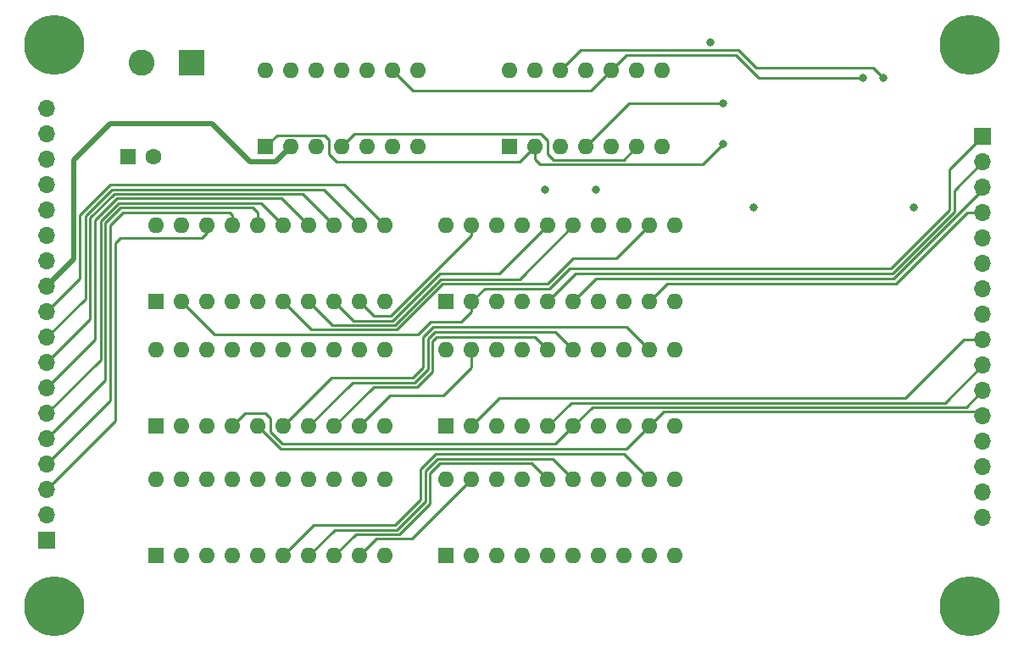
<source format=gbr>
%TF.GenerationSoftware,KiCad,Pcbnew,(5.1.9-0-10_14)*%
%TF.CreationDate,2021-07-04T10:57:10-04:00*%
%TF.ProjectId,register-smd,72656769-7374-4657-922d-736d642e6b69,rev?*%
%TF.SameCoordinates,Original*%
%TF.FileFunction,Copper,L2,Inr*%
%TF.FilePolarity,Positive*%
%FSLAX46Y46*%
G04 Gerber Fmt 4.6, Leading zero omitted, Abs format (unit mm)*
G04 Created by KiCad (PCBNEW (5.1.9-0-10_14)) date 2021-07-04 10:57:10*
%MOMM*%
%LPD*%
G01*
G04 APERTURE LIST*
%TA.AperFunction,ComponentPad*%
%ADD10O,1.700000X1.700000*%
%TD*%
%TA.AperFunction,ComponentPad*%
%ADD11R,1.700000X1.700000*%
%TD*%
%TA.AperFunction,ComponentPad*%
%ADD12O,1.600000X1.600000*%
%TD*%
%TA.AperFunction,ComponentPad*%
%ADD13R,1.600000X1.600000*%
%TD*%
%TA.AperFunction,ComponentPad*%
%ADD14C,1.600000*%
%TD*%
%TA.AperFunction,ComponentPad*%
%ADD15C,0.800000*%
%TD*%
%TA.AperFunction,ComponentPad*%
%ADD16C,6.000000*%
%TD*%
%TA.AperFunction,ComponentPad*%
%ADD17C,2.600000*%
%TD*%
%TA.AperFunction,ComponentPad*%
%ADD18R,2.600000X2.600000*%
%TD*%
%TA.AperFunction,ViaPad*%
%ADD19C,0.800000*%
%TD*%
%TA.AperFunction,Conductor*%
%ADD20C,0.500000*%
%TD*%
%TA.AperFunction,Conductor*%
%ADD21C,0.250000*%
%TD*%
G04 APERTURE END LIST*
D10*
%TO.N,/B7*%
%TO.C,J2*%
X148590000Y-97028000D03*
%TO.N,/B6*%
X148590000Y-94488000D03*
%TO.N,/B5*%
X148590000Y-91948000D03*
%TO.N,/B4*%
X148590000Y-89408000D03*
%TO.N,/B3*%
X148590000Y-86868000D03*
%TO.N,/B2*%
X148590000Y-84328000D03*
%TO.N,/B1*%
X148590000Y-81788000D03*
%TO.N,/B0*%
X148590000Y-79248000D03*
%TO.N,/A7*%
X148590000Y-76708000D03*
%TO.N,/A6*%
X148590000Y-74168000D03*
%TO.N,/A5*%
X148590000Y-71628000D03*
%TO.N,/A4*%
X148590000Y-69088000D03*
%TO.N,/A3*%
X148590000Y-66548000D03*
%TO.N,/A2*%
X148590000Y-64008000D03*
%TO.N,/A1*%
X148590000Y-61468000D03*
D11*
%TO.N,/A0*%
X148590000Y-58928000D03*
%TD*%
D12*
%TO.N,VCC*%
%TO.C,U47*%
X66040000Y-67818000D03*
%TO.N,GND*%
X88900000Y-75438000D03*
%TO.N,AO*%
X68580000Y-67818000D03*
%TO.N,/A7*%
X86360000Y-75438000D03*
%TO.N,BUS_00*%
X71120000Y-67818000D03*
%TO.N,/A6*%
X83820000Y-75438000D03*
%TO.N,BUS_01*%
X73660000Y-67818000D03*
%TO.N,/A5*%
X81280000Y-75438000D03*
%TO.N,BUS_02*%
X76200000Y-67818000D03*
%TO.N,/A4*%
X78740000Y-75438000D03*
%TO.N,BUS_03*%
X78740000Y-67818000D03*
%TO.N,/A3*%
X76200000Y-75438000D03*
%TO.N,BUS_04*%
X81280000Y-67818000D03*
%TO.N,/A2*%
X73660000Y-75438000D03*
%TO.N,BUS_05*%
X83820000Y-67818000D03*
%TO.N,/A1*%
X71120000Y-75438000D03*
%TO.N,BUS_06*%
X86360000Y-67818000D03*
%TO.N,/A0*%
X68580000Y-75438000D03*
%TO.N,BUS_07*%
X88900000Y-67818000D03*
D13*
%TO.N,GND*%
X66040000Y-75438000D03*
%TD*%
D12*
%TO.N,VCC*%
%TO.C,U7*%
X66040000Y-93218000D03*
%TO.N,GND*%
X88900000Y-100838000D03*
%TO.N,CO*%
X68580000Y-93218000D03*
%TO.N,/C7*%
X86360000Y-100838000D03*
%TO.N,BUS_00*%
X71120000Y-93218000D03*
%TO.N,/C6*%
X83820000Y-100838000D03*
%TO.N,BUS_01*%
X73660000Y-93218000D03*
%TO.N,/C5*%
X81280000Y-100838000D03*
%TO.N,BUS_02*%
X76200000Y-93218000D03*
%TO.N,/C4*%
X78740000Y-100838000D03*
%TO.N,BUS_03*%
X78740000Y-93218000D03*
%TO.N,/C3*%
X76200000Y-100838000D03*
%TO.N,BUS_04*%
X81280000Y-93218000D03*
%TO.N,/C2*%
X73660000Y-100838000D03*
%TO.N,BUS_05*%
X83820000Y-93218000D03*
%TO.N,/C1*%
X71120000Y-100838000D03*
%TO.N,BUS_06*%
X86360000Y-93218000D03*
%TO.N,/C0*%
X68580000Y-100838000D03*
%TO.N,BUS_07*%
X88900000Y-93218000D03*
D13*
%TO.N,GND*%
X66040000Y-100838000D03*
%TD*%
D12*
%TO.N,VCC*%
%TO.C,U6*%
X94996000Y-93218000D03*
%TO.N,GND*%
X117856000Y-100838000D03*
%TO.N,/C7*%
X97536000Y-93218000D03*
%TO.N,/C3*%
X115316000Y-100838000D03*
%TO.N,BUS_07*%
X100076000Y-93218000D03*
%TO.N,BUS_03*%
X112776000Y-100838000D03*
%TO.N,BUS_06*%
X102616000Y-93218000D03*
%TO.N,BUS_02*%
X110236000Y-100838000D03*
%TO.N,/C6*%
X105156000Y-93218000D03*
%TO.N,/C2*%
X107696000Y-100838000D03*
%TO.N,/C5*%
X107696000Y-93218000D03*
%TO.N,/C1*%
X105156000Y-100838000D03*
%TO.N,BUS_05*%
X110236000Y-93218000D03*
%TO.N,BUS_01*%
X102616000Y-100838000D03*
%TO.N,BUS_04*%
X112776000Y-93218000D03*
%TO.N,BUS_00*%
X100076000Y-100838000D03*
%TO.N,/C4*%
X115316000Y-93218000D03*
%TO.N,/C0*%
X97536000Y-100838000D03*
%TO.N,Net-(U2-Pad8)*%
X117856000Y-93218000D03*
D13*
%TO.N,MR*%
X94996000Y-100838000D03*
%TD*%
D12*
%TO.N,VCC*%
%TO.C,U5*%
X66040000Y-80264000D03*
%TO.N,GND*%
X88900000Y-87884000D03*
%TO.N,BO*%
X68580000Y-80264000D03*
%TO.N,/B7*%
X86360000Y-87884000D03*
%TO.N,BUS_00*%
X71120000Y-80264000D03*
%TO.N,/B6*%
X83820000Y-87884000D03*
%TO.N,BUS_01*%
X73660000Y-80264000D03*
%TO.N,/B5*%
X81280000Y-87884000D03*
%TO.N,BUS_02*%
X76200000Y-80264000D03*
%TO.N,/B4*%
X78740000Y-87884000D03*
%TO.N,BUS_03*%
X78740000Y-80264000D03*
%TO.N,/B3*%
X76200000Y-87884000D03*
%TO.N,BUS_04*%
X81280000Y-80264000D03*
%TO.N,/B2*%
X73660000Y-87884000D03*
%TO.N,BUS_05*%
X83820000Y-80264000D03*
%TO.N,/B1*%
X71120000Y-87884000D03*
%TO.N,BUS_06*%
X86360000Y-80264000D03*
%TO.N,/B0*%
X68580000Y-87884000D03*
%TO.N,BUS_07*%
X88900000Y-80264000D03*
D13*
%TO.N,GND*%
X66040000Y-87884000D03*
%TD*%
D12*
%TO.N,VCC*%
%TO.C,U4*%
X101346000Y-52324000D03*
%TO.N,GND*%
X116586000Y-59944000D03*
%TO.N,!CO*%
X103886000Y-52324000D03*
%TO.N,BI*%
X114046000Y-59944000D03*
%TO.N,CO*%
X106426000Y-52324000D03*
%TO.N,!BI*%
X111506000Y-59944000D03*
%TO.N,!CI*%
X108966000Y-52324000D03*
%TO.N,AO*%
X108966000Y-59944000D03*
%TO.N,CI*%
X111506000Y-52324000D03*
%TO.N,!AO*%
X106426000Y-59944000D03*
%TO.N,!BO*%
X114046000Y-52324000D03*
%TO.N,AI*%
X103886000Y-59944000D03*
%TO.N,BO*%
X116586000Y-52324000D03*
D13*
%TO.N,!AI*%
X101346000Y-59944000D03*
%TD*%
D12*
%TO.N,VCC*%
%TO.C,U3*%
X94996000Y-80264000D03*
%TO.N,GND*%
X117856000Y-87884000D03*
%TO.N,/B7*%
X97536000Y-80264000D03*
%TO.N,/B3*%
X115316000Y-87884000D03*
%TO.N,BUS_07*%
X100076000Y-80264000D03*
%TO.N,BUS_03*%
X112776000Y-87884000D03*
%TO.N,BUS_06*%
X102616000Y-80264000D03*
%TO.N,BUS_02*%
X110236000Y-87884000D03*
%TO.N,/B6*%
X105156000Y-80264000D03*
%TO.N,/B2*%
X107696000Y-87884000D03*
%TO.N,/B5*%
X107696000Y-80264000D03*
%TO.N,/B1*%
X105156000Y-87884000D03*
%TO.N,BUS_05*%
X110236000Y-80264000D03*
%TO.N,BUS_01*%
X102616000Y-87884000D03*
%TO.N,BUS_04*%
X112776000Y-80264000D03*
%TO.N,BUS_00*%
X100076000Y-87884000D03*
%TO.N,/B4*%
X115316000Y-80264000D03*
%TO.N,/B0*%
X97536000Y-87884000D03*
%TO.N,Net-(U2-Pad6)*%
X117856000Y-80264000D03*
D13*
%TO.N,MR*%
X94996000Y-87884000D03*
%TD*%
D12*
%TO.N,VCC*%
%TO.C,U2*%
X76962000Y-52324000D03*
%TO.N,GND*%
X92202000Y-59944000D03*
%TO.N,N/C*%
X79502000Y-52324000D03*
%TO.N,Net-(U2-Pad6)*%
X89662000Y-59944000D03*
%TO.N,N/C*%
X82042000Y-52324000D03*
%TO.N,CLOCK*%
X87122000Y-59944000D03*
%TO.N,N/C*%
X84582000Y-52324000D03*
%TO.N,BI*%
X84582000Y-59944000D03*
%TO.N,CLOCK*%
X87122000Y-52324000D03*
%TO.N,Net-(U1-Pad11)*%
X82042000Y-59944000D03*
%TO.N,CI*%
X89662000Y-52324000D03*
%TO.N,CLOCK*%
X79502000Y-59944000D03*
%TO.N,Net-(U2-Pad8)*%
X92202000Y-52324000D03*
D13*
%TO.N,AI*%
X76962000Y-59944000D03*
%TD*%
D12*
%TO.N,VCC*%
%TO.C,U1*%
X94996000Y-67818000D03*
%TO.N,GND*%
X117856000Y-75438000D03*
%TO.N,/A7*%
X97536000Y-67818000D03*
%TO.N,/A3*%
X115316000Y-75438000D03*
%TO.N,BUS_07*%
X100076000Y-67818000D03*
%TO.N,BUS_03*%
X112776000Y-75438000D03*
%TO.N,BUS_06*%
X102616000Y-67818000D03*
%TO.N,BUS_02*%
X110236000Y-75438000D03*
%TO.N,/A6*%
X105156000Y-67818000D03*
%TO.N,/A2*%
X107696000Y-75438000D03*
%TO.N,/A5*%
X107696000Y-67818000D03*
%TO.N,/A1*%
X105156000Y-75438000D03*
%TO.N,BUS_05*%
X110236000Y-67818000D03*
%TO.N,BUS_01*%
X102616000Y-75438000D03*
%TO.N,BUS_04*%
X112776000Y-67818000D03*
%TO.N,BUS_00*%
X100076000Y-75438000D03*
%TO.N,/A4*%
X115316000Y-67818000D03*
%TO.N,/A0*%
X97536000Y-75438000D03*
%TO.N,Net-(U1-Pad11)*%
X117856000Y-67818000D03*
D13*
%TO.N,MR*%
X94996000Y-75438000D03*
%TD*%
D14*
%TO.N,GND*%
%TO.C,C4*%
X65746000Y-60960000D03*
D13*
%TO.N,VCC*%
X63246000Y-60960000D03*
%TD*%
D10*
%TO.N,!CO*%
%TO.C,J8*%
X55118000Y-56134000D03*
%TO.N,!CI*%
X55118000Y-58674000D03*
%TO.N,!BO*%
X55118000Y-61214000D03*
%TO.N,!BI*%
X55118000Y-63754000D03*
%TO.N,!AO*%
X55118000Y-66294000D03*
%TO.N,!AI*%
X55118000Y-68834000D03*
%TO.N,MR*%
X55118000Y-71374000D03*
%TO.N,CLOCK*%
X55118000Y-73914000D03*
%TO.N,BUS_07*%
X55118000Y-76454000D03*
%TO.N,BUS_06*%
X55118000Y-78994000D03*
%TO.N,BUS_05*%
X55118000Y-81534000D03*
%TO.N,BUS_04*%
X55118000Y-84074000D03*
%TO.N,BUS_03*%
X55118000Y-86614000D03*
%TO.N,BUS_02*%
X55118000Y-89154000D03*
%TO.N,BUS_01*%
X55118000Y-91694000D03*
%TO.N,BUS_00*%
X55118000Y-94234000D03*
%TO.N,GND*%
X55118000Y-96774000D03*
D11*
%TO.N,VCC*%
X55118000Y-99314000D03*
%TD*%
D15*
%TO.N,N/C*%
%TO.C,REF\u002A\u002A*%
X148910990Y-104327010D03*
X147320000Y-103668000D03*
X145729010Y-104327010D03*
X145070000Y-105918000D03*
X145729010Y-107508990D03*
X147320000Y-108168000D03*
X148910990Y-107508990D03*
X149570000Y-105918000D03*
D16*
X147320000Y-105918000D03*
%TD*%
%TO.N,N/C*%
%TO.C,REF\u002A\u002A*%
X147320000Y-49784000D03*
D15*
X149570000Y-49784000D03*
X148910990Y-51374990D03*
X147320000Y-52034000D03*
X145729010Y-51374990D03*
X145070000Y-49784000D03*
X145729010Y-48193010D03*
X147320000Y-47534000D03*
X148910990Y-48193010D03*
%TD*%
D16*
%TO.N,N/C*%
%TO.C,REF\u002A\u002A*%
X55880000Y-105918000D03*
D15*
X58130000Y-105918000D03*
X57470990Y-107508990D03*
X55880000Y-108168000D03*
X54289010Y-107508990D03*
X53630000Y-105918000D03*
X54289010Y-104327010D03*
X55880000Y-103668000D03*
X57470990Y-104327010D03*
%TD*%
D17*
%TO.N,VCC*%
%TO.C,J1*%
X64596000Y-51562000D03*
D18*
%TO.N,GND*%
X69596000Y-51562000D03*
%TD*%
D15*
%TO.N,N/C*%
%TO.C,REF\u002A\u002A*%
X57470990Y-48193010D03*
X55880000Y-47534000D03*
X54289010Y-48193010D03*
X53630000Y-49784000D03*
X54289010Y-51374990D03*
X55880000Y-52034000D03*
X57470990Y-51374990D03*
X58130000Y-49784000D03*
D16*
X55880000Y-49784000D03*
%TD*%
D19*
%TO.N,GND*%
X121412000Y-49530000D03*
X109982000Y-64262000D03*
X104902000Y-64262000D03*
X125730000Y-66040000D03*
X141732000Y-66040000D03*
%TO.N,AI*%
X122682000Y-59690000D03*
%TO.N,AO*%
X122682000Y-55626000D03*
%TO.N,CI*%
X136652000Y-53086000D03*
%TO.N,CO*%
X138684000Y-53086000D03*
%TD*%
D20*
%TO.N,CLOCK*%
X57844989Y-71187011D02*
X55118000Y-73914000D01*
X57844989Y-61281011D02*
X57844989Y-71187011D01*
X71628000Y-57658000D02*
X61468000Y-57658000D01*
X61468000Y-57658000D02*
X57844989Y-61281011D01*
X77978000Y-61468000D02*
X75438000Y-61468000D01*
X75438000Y-61468000D02*
X71628000Y-57658000D01*
X79502000Y-59944000D02*
X77978000Y-61468000D01*
D21*
%TO.N,BUS_07*%
X84836000Y-63754000D02*
X88900000Y-67818000D01*
X61468000Y-63754000D02*
X84836000Y-63754000D01*
X58420000Y-66802000D02*
X61468000Y-63754000D01*
X58420000Y-73152000D02*
X58420000Y-66802000D01*
X55118000Y-76454000D02*
X58420000Y-73152000D01*
%TO.N,BUS_06*%
X58985989Y-66872421D02*
X61654399Y-64204011D01*
X61654399Y-64204011D02*
X82746011Y-64204011D01*
X58985989Y-75126011D02*
X58985989Y-66872421D01*
X82746011Y-64204011D02*
X86360000Y-67818000D01*
X55118000Y-78994000D02*
X58985989Y-75126011D01*
%TO.N,BUS_05*%
X59436000Y-67058820D02*
X61840798Y-64654022D01*
X59436000Y-77216000D02*
X59436000Y-67058820D01*
X55118000Y-81534000D02*
X59436000Y-77216000D01*
X61840798Y-64654022D02*
X80656022Y-64654022D01*
X80656022Y-64654022D02*
X83820000Y-67818000D01*
%TO.N,BUS_04*%
X78566033Y-65104033D02*
X81280000Y-67818000D01*
X62147146Y-65104033D02*
X78566033Y-65104033D01*
X59944000Y-79248000D02*
X59944000Y-67307179D01*
X55118000Y-84074000D02*
X59944000Y-79248000D01*
X59944000Y-67307179D02*
X62147146Y-65104033D01*
%TO.N,BUS_03*%
X55118000Y-86614000D02*
X60509989Y-81222011D01*
X76511989Y-65589989D02*
X78740000Y-67818000D01*
X60509989Y-67377600D02*
X62297600Y-65589989D01*
X60509989Y-81222011D02*
X60509989Y-67377600D01*
X62297600Y-65589989D02*
X76511989Y-65589989D01*
%TO.N,BUS_02*%
X60960000Y-83312000D02*
X60960000Y-67564000D01*
X75692000Y-66040000D02*
X76200000Y-66548000D01*
X62484000Y-66040000D02*
X75692000Y-66040000D01*
X60960000Y-67564000D02*
X62484000Y-66040000D01*
X55118000Y-89154000D02*
X60960000Y-83312000D01*
X76200000Y-66548000D02*
X76200000Y-67818000D01*
%TO.N,BUS_01*%
X73660000Y-66802000D02*
X73660000Y-67818000D01*
X73406000Y-66548000D02*
X73660000Y-66802000D01*
X61468000Y-67818000D02*
X62738000Y-66548000D01*
X62738000Y-66548000D02*
X73406000Y-66548000D01*
X61468000Y-85344000D02*
X61468000Y-67818000D01*
X55118000Y-91694000D02*
X61468000Y-85344000D01*
%TO.N,BUS_00*%
X70612000Y-69088000D02*
X71120000Y-68580000D01*
X62484000Y-69088000D02*
X70612000Y-69088000D01*
X61976000Y-69596000D02*
X62484000Y-69088000D01*
X71120000Y-68580000D02*
X71120000Y-67818000D01*
X61976000Y-87376000D02*
X61976000Y-69596000D01*
X55118000Y-94234000D02*
X61976000Y-87376000D01*
%TO.N,/A0*%
X148590000Y-58928000D02*
X145288000Y-62230000D01*
X145288000Y-62230000D02*
X145288000Y-66294000D01*
X139446000Y-72136000D02*
X107316410Y-72136000D01*
X98863989Y-74110011D02*
X97536000Y-75438000D01*
X107316410Y-72136000D02*
X105342400Y-74110011D01*
X145288000Y-66294000D02*
X139446000Y-72136000D01*
X105342400Y-74110011D02*
X98863989Y-74110011D01*
X97536000Y-76454000D02*
X97536000Y-75438000D01*
X96520000Y-77470000D02*
X97536000Y-76454000D01*
X93472000Y-77470000D02*
X96520000Y-77470000D01*
X92202000Y-78740000D02*
X93472000Y-77470000D01*
X71882000Y-78740000D02*
X92202000Y-78740000D01*
X68580000Y-75438000D02*
X71882000Y-78740000D01*
%TO.N,/A1*%
X148590000Y-61468000D02*
X145738011Y-64319989D01*
X145738011Y-64319989D02*
X145738011Y-66480400D01*
X107950000Y-72644000D02*
X105156000Y-75438000D01*
X145738011Y-66480400D02*
X139574411Y-72644000D01*
X139574411Y-72644000D02*
X107950000Y-72644000D01*
%TO.N,/A2*%
X148590000Y-64264821D02*
X139702821Y-73152000D01*
X148590000Y-64008000D02*
X148590000Y-64264821D01*
X139702821Y-73152000D02*
X109982000Y-73152000D01*
X109982000Y-73152000D02*
X107696000Y-75438000D01*
%TO.N,/A3*%
X148590000Y-66548000D02*
X147066000Y-66548000D01*
X147066000Y-66548000D02*
X139954000Y-73660000D01*
X117094000Y-73660000D02*
X115316000Y-75438000D01*
X139954000Y-73660000D02*
X117094000Y-73660000D01*
%TO.N,/A4*%
X94619231Y-73660000D02*
X90047231Y-78232000D01*
X107696000Y-71120000D02*
X105156000Y-73660000D01*
X112014000Y-71120000D02*
X107696000Y-71120000D01*
X81534000Y-78232000D02*
X78740000Y-75438000D01*
X105156000Y-73660000D02*
X94619231Y-73660000D01*
X115316000Y-67818000D02*
X112014000Y-71120000D01*
X90047231Y-78232000D02*
X81534000Y-78232000D01*
%TO.N,/A5*%
X89860831Y-77781989D02*
X83623989Y-77781989D01*
X83623989Y-77781989D02*
X81280000Y-75438000D01*
X102304011Y-73209989D02*
X94432831Y-73209989D01*
X94432831Y-73209989D02*
X89860831Y-77781989D01*
X107696000Y-67818000D02*
X102304011Y-73209989D01*
%TO.N,/A6*%
X105156000Y-67818000D02*
X100330000Y-72644000D01*
X100330000Y-72644000D02*
X94362410Y-72644000D01*
X94362410Y-72644000D02*
X89674432Y-77331978D01*
X85713978Y-77331978D02*
X83820000Y-75438000D01*
X89674432Y-77331978D02*
X85713978Y-77331978D01*
%TO.N,/A7*%
X86360000Y-75438000D02*
X87803967Y-76881967D01*
X89488033Y-76881967D02*
X97536000Y-68834000D01*
X97536000Y-68834000D02*
X97536000Y-67818000D01*
X87803967Y-76881967D02*
X89488033Y-76881967D01*
%TO.N,AI*%
X82836001Y-58783001D02*
X78122999Y-58783001D01*
X83312000Y-60706000D02*
X83312000Y-59259000D01*
X84074000Y-61468000D02*
X83312000Y-60706000D01*
X83312000Y-59259000D02*
X82836001Y-58783001D01*
X102362000Y-61468000D02*
X84074000Y-61468000D01*
X78122999Y-58783001D02*
X76962000Y-59944000D01*
X103886000Y-59944000D02*
X102362000Y-61468000D01*
X103886000Y-61214000D02*
X104394000Y-61722000D01*
X103886000Y-59944000D02*
X103886000Y-61214000D01*
X120650000Y-61722000D02*
X122682000Y-59690000D01*
X104394000Y-61722000D02*
X120650000Y-61722000D01*
%TO.N,AO*%
X108966000Y-59944000D02*
X113284000Y-55626000D01*
X113284000Y-55626000D02*
X122682000Y-55626000D01*
%TO.N,/B0*%
X100330000Y-85090000D02*
X97536000Y-87884000D01*
X148590000Y-79248000D02*
X146683590Y-79248000D01*
X140841590Y-85090000D02*
X100330000Y-85090000D01*
X146683590Y-79248000D02*
X140841590Y-85090000D01*
%TO.N,/B1*%
X144837989Y-85540011D02*
X107499989Y-85540011D01*
X148590000Y-81788000D02*
X144837989Y-85540011D01*
X107499989Y-85540011D02*
X105156000Y-87884000D01*
%TO.N,/B2*%
X148590000Y-84328000D02*
X146927978Y-85990022D01*
X146927978Y-85990022D02*
X109589978Y-85990022D01*
X109589978Y-85990022D02*
X107696000Y-87884000D01*
X105918000Y-89662000D02*
X107696000Y-87884000D01*
X78669499Y-89662000D02*
X105918000Y-89662000D01*
X77470000Y-88462501D02*
X78669499Y-89662000D01*
X77470000Y-87122000D02*
X77470000Y-88462501D01*
X76962000Y-86614000D02*
X77470000Y-87122000D01*
X74930000Y-86614000D02*
X76962000Y-86614000D01*
X73660000Y-87884000D02*
X74930000Y-86614000D01*
%TO.N,/B3*%
X116759967Y-86440033D02*
X115316000Y-87884000D01*
X148590000Y-86868000D02*
X148162033Y-86440033D01*
X148162033Y-86440033D02*
X116759967Y-86440033D01*
X115316000Y-87884000D02*
X113030000Y-90170000D01*
X78486000Y-90170000D02*
X76200000Y-87884000D01*
X113030000Y-90170000D02*
X78486000Y-90170000D01*
%TO.N,/B4*%
X78740000Y-87884000D02*
X83566000Y-83058000D01*
X83566000Y-83058000D02*
X91694000Y-83058000D01*
X91694000Y-83058000D02*
X92710000Y-82042000D01*
X92710000Y-82042000D02*
X92710000Y-78994000D01*
X92710000Y-78994000D02*
X93726000Y-77978000D01*
X113030000Y-77978000D02*
X115316000Y-80264000D01*
X93726000Y-77978000D02*
X113030000Y-77978000D01*
%TO.N,/B5*%
X93160011Y-79180399D02*
X93854410Y-78486000D01*
X105918000Y-78486000D02*
X107696000Y-80264000D01*
X81280000Y-87884000D02*
X85655989Y-83508011D01*
X85655989Y-83508011D02*
X91880400Y-83508011D01*
X93854410Y-78486000D02*
X105918000Y-78486000D01*
X91880400Y-83508011D02*
X93160011Y-82228400D01*
X93160011Y-82228400D02*
X93160011Y-79180399D01*
%TO.N,/B6*%
X93610022Y-79366798D02*
X94040810Y-78936011D01*
X103828011Y-78936011D02*
X105156000Y-80264000D01*
X93610022Y-82414800D02*
X93610022Y-79366798D01*
X94040810Y-78936011D02*
X103828011Y-78936011D01*
X87745978Y-83958022D02*
X92066800Y-83958022D01*
X83820000Y-87884000D02*
X87745978Y-83958022D01*
X92066800Y-83958022D02*
X93610022Y-82414800D01*
%TO.N,/B7*%
X86360000Y-87884000D02*
X89408000Y-84836000D01*
X89408000Y-84836000D02*
X94742000Y-84836000D01*
X97536000Y-82042000D02*
X97536000Y-80264000D01*
X94742000Y-84836000D02*
X97536000Y-82042000D01*
%TO.N,BI*%
X105721989Y-61271989D02*
X105156000Y-60706000D01*
X112718011Y-61271989D02*
X105721989Y-61271989D01*
X85852000Y-58674000D02*
X84582000Y-59944000D01*
X105156000Y-60706000D02*
X105156000Y-59365499D01*
X105156000Y-59365499D02*
X104464501Y-58674000D01*
X114046000Y-59944000D02*
X112718011Y-61271989D01*
X104464501Y-58674000D02*
X85852000Y-58674000D01*
%TO.N,/C4*%
X112776000Y-90678000D02*
X115316000Y-93218000D01*
X92456000Y-92202000D02*
X93980000Y-90678000D01*
X92456000Y-95250000D02*
X92456000Y-92202000D01*
X81788000Y-97790000D02*
X89916000Y-97790000D01*
X93980000Y-90678000D02*
X112776000Y-90678000D01*
X89916000Y-97790000D02*
X92456000Y-95250000D01*
X78740000Y-100838000D02*
X81788000Y-97790000D01*
%TO.N,/C5*%
X94166399Y-91128011D02*
X105606011Y-91128011D01*
X90102400Y-98240011D02*
X92906011Y-95436400D01*
X83877989Y-98240011D02*
X90102400Y-98240011D01*
X92906011Y-95436400D02*
X92906011Y-92388399D01*
X81280000Y-100838000D02*
X83877989Y-98240011D01*
X92906011Y-92388399D02*
X94166399Y-91128011D01*
X105606011Y-91128011D02*
X107696000Y-93218000D01*
%TO.N,/C6*%
X93356022Y-92574798D02*
X94352798Y-91578022D01*
X93356022Y-95622800D02*
X93356022Y-92574798D01*
X103516022Y-91578022D02*
X105156000Y-93218000D01*
X83820000Y-100838000D02*
X85967978Y-98690022D01*
X90288800Y-98690022D02*
X93356022Y-95622800D01*
X85967978Y-98690022D02*
X90288800Y-98690022D01*
X94352798Y-91578022D02*
X103516022Y-91578022D01*
%TO.N,/C7*%
X91613967Y-99140033D02*
X97536000Y-93218000D01*
X86360000Y-100838000D02*
X88057967Y-99140033D01*
X88057967Y-99140033D02*
X91613967Y-99140033D01*
%TO.N,CI*%
X111506000Y-52324000D02*
X113030000Y-50800000D01*
X113030000Y-50800000D02*
X123952000Y-50800000D01*
X123952000Y-50800000D02*
X126238000Y-53086000D01*
X126238000Y-53086000D02*
X136652000Y-53086000D01*
X111506000Y-52324000D02*
X109474000Y-54356000D01*
X91694000Y-54356000D02*
X89662000Y-52324000D01*
X109474000Y-54356000D02*
X91694000Y-54356000D01*
%TO.N,CO*%
X106426000Y-52324000D02*
X108458000Y-50292000D01*
X108458000Y-50292000D02*
X124206000Y-50292000D01*
X124206000Y-50292000D02*
X125984000Y-52070000D01*
X125984000Y-52070000D02*
X137668000Y-52070000D01*
X137668000Y-52070000D02*
X138684000Y-53086000D01*
%TD*%
M02*

</source>
